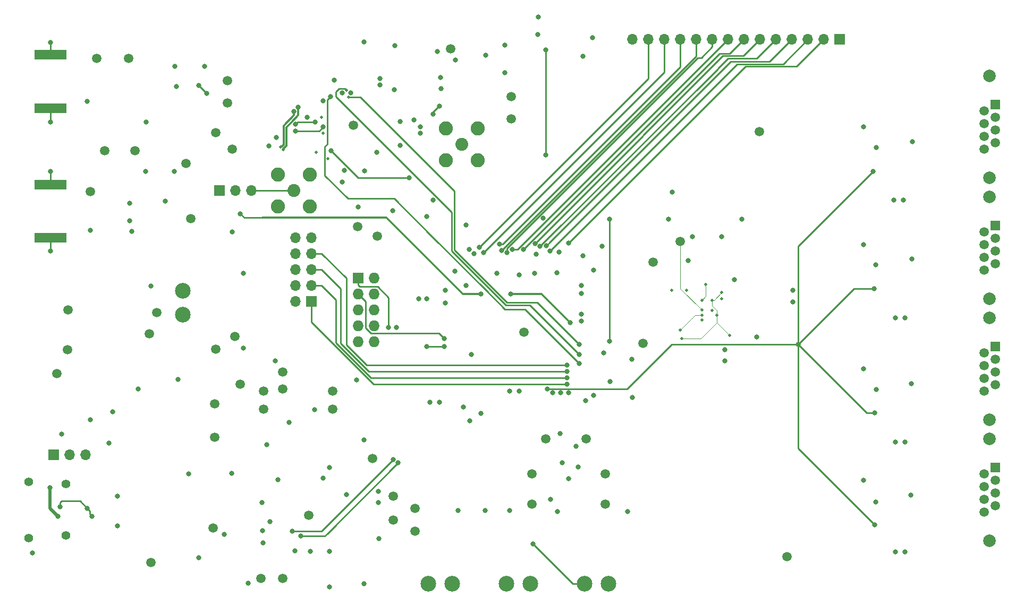
<source format=gbr>
G04 #@! TF.GenerationSoftware,KiCad,Pcbnew,9.0.0-9.0.0-2~ubuntu24.04.1*
G04 #@! TF.CreationDate,2025-03-10T11:07:58+01:00*
G04 #@! TF.ProjectId,Transmitter,5472616e-736d-4697-9474-65722e6b6963,rev?*
G04 #@! TF.SameCoordinates,Original*
G04 #@! TF.FileFunction,Copper,L4,Bot*
G04 #@! TF.FilePolarity,Positive*
%FSLAX46Y46*%
G04 Gerber Fmt 4.6, Leading zero omitted, Abs format (unit mm)*
G04 Created by KiCad (PCBNEW 9.0.0-9.0.0-2~ubuntu24.04.1) date 2025-03-10 11:07:58*
%MOMM*%
%LPD*%
G01*
G04 APERTURE LIST*
G04 #@! TA.AperFunction,ComponentPad*
%ADD10C,2.500000*%
G04 #@! TD*
G04 #@! TA.AperFunction,ComponentPad*
%ADD11R,1.700000X1.700000*%
G04 #@! TD*
G04 #@! TA.AperFunction,ComponentPad*
%ADD12O,1.700000X1.700000*%
G04 #@! TD*
G04 #@! TA.AperFunction,ComponentPad*
%ADD13R,1.727200X1.727200*%
G04 #@! TD*
G04 #@! TA.AperFunction,ComponentPad*
%ADD14O,1.727200X1.727200*%
G04 #@! TD*
G04 #@! TA.AperFunction,ComponentPad*
%ADD15C,1.500000*%
G04 #@! TD*
G04 #@! TA.AperFunction,ComponentPad*
%ADD16R,1.500000X1.500000*%
G04 #@! TD*
G04 #@! TA.AperFunction,ComponentPad*
%ADD17C,2.000000*%
G04 #@! TD*
G04 #@! TA.AperFunction,ComponentPad*
%ADD18C,2.050000*%
G04 #@! TD*
G04 #@! TA.AperFunction,ComponentPad*
%ADD19C,2.250000*%
G04 #@! TD*
G04 #@! TA.AperFunction,SMDPad,CuDef*
%ADD20R,5.080000X1.500000*%
G04 #@! TD*
G04 #@! TA.AperFunction,ComponentPad*
%ADD21C,1.400000*%
G04 #@! TD*
G04 #@! TA.AperFunction,ViaPad*
%ADD22C,0.800000*%
G04 #@! TD*
G04 #@! TA.AperFunction,ViaPad*
%ADD23C,0.500000*%
G04 #@! TD*
G04 #@! TA.AperFunction,ViaPad*
%ADD24C,1.500000*%
G04 #@! TD*
G04 #@! TA.AperFunction,Conductor*
%ADD25C,0.250000*%
G04 #@! TD*
G04 #@! TA.AperFunction,Conductor*
%ADD26C,0.125000*%
G04 #@! TD*
G04 #@! TA.AperFunction,Conductor*
%ADD27C,0.500000*%
G04 #@! TD*
G04 #@! TA.AperFunction,Conductor*
%ADD28C,0.300000*%
G04 #@! TD*
G04 APERTURE END LIST*
D10*
X80518000Y-100838000D03*
X80518000Y-97028000D03*
D11*
X86360000Y-81026000D03*
D12*
X88900000Y-81026000D03*
X91440000Y-81026000D03*
D13*
X108458000Y-94996000D03*
D14*
X110998000Y-94996000D03*
X108458000Y-97536000D03*
X110998000Y-97536000D03*
X108458000Y-100076000D03*
X110998000Y-100076000D03*
X108458000Y-102616000D03*
X110998000Y-102616000D03*
X108458000Y-105156000D03*
X110998000Y-105156000D03*
D10*
X123444000Y-143764000D03*
X119634000Y-143764000D03*
X135890000Y-143764000D03*
X132080000Y-143764000D03*
D15*
X88773000Y-104267000D03*
X85598000Y-115062000D03*
X60452000Y-110236000D03*
X123190000Y-58420000D03*
X132842000Y-66040000D03*
X111506000Y-88265000D03*
X147828000Y-126238000D03*
X144780000Y-120650000D03*
X136144000Y-126238000D03*
X147828000Y-131064000D03*
X138303000Y-120650000D03*
X155448000Y-92456000D03*
X153797000Y-105410000D03*
X159766000Y-89154000D03*
D16*
X209931000Y-125222000D03*
D15*
X208151000Y-126242000D03*
X209931000Y-127262000D03*
X208151000Y-128282000D03*
X209931000Y-129302000D03*
X208151000Y-130322000D03*
X209931000Y-131342000D03*
X208151000Y-132362000D03*
D17*
X209041000Y-120652000D03*
X209041000Y-136912000D03*
D16*
X209931000Y-86614000D03*
D15*
X208151000Y-87634000D03*
X209931000Y-88654000D03*
X208151000Y-89674000D03*
X209931000Y-90694000D03*
X208151000Y-91714000D03*
X209931000Y-92734000D03*
X208151000Y-93754000D03*
D17*
X209041000Y-82044000D03*
X209041000Y-98304000D03*
D16*
X209931000Y-105918000D03*
D15*
X208151000Y-106938000D03*
X209931000Y-107958000D03*
X208151000Y-108978000D03*
X209931000Y-109998000D03*
X208151000Y-111018000D03*
X209931000Y-112038000D03*
X208151000Y-113058000D03*
D17*
X209041000Y-101348000D03*
X209041000Y-117608000D03*
D15*
X114046000Y-133604000D03*
X96393000Y-142875000D03*
X110744000Y-123748800D03*
X85598000Y-120396000D03*
X85344000Y-134874000D03*
X114046000Y-129794000D03*
X117475000Y-135382000D03*
X93345000Y-115938300D03*
X117475000Y-131699000D03*
X92964000Y-142875000D03*
X108331000Y-86741000D03*
D11*
X100965000Y-98679000D03*
D12*
X98425000Y-98679000D03*
X100965000Y-96139000D03*
X98425000Y-96139000D03*
X100965000Y-93599000D03*
X98425000Y-93599000D03*
X100965000Y-91059000D03*
X98425000Y-91059000D03*
X100965000Y-88519000D03*
X98425000Y-88519000D03*
D18*
X124968000Y-73660000D03*
D19*
X122428000Y-71120000D03*
X122428000Y-76200000D03*
X127508000Y-71120000D03*
X127508000Y-76200000D03*
D15*
X104381300Y-115938300D03*
X104394000Y-113030000D03*
X93345000Y-113030000D03*
X65786000Y-81153000D03*
X81788000Y-85471000D03*
X81026000Y-76708000D03*
D11*
X59944000Y-123190000D03*
D12*
X62484000Y-123190000D03*
X65024000Y-123190000D03*
D11*
X185166000Y-56896000D03*
D12*
X182626000Y-56896000D03*
X180086000Y-56896000D03*
X177546000Y-56896000D03*
X175006000Y-56896000D03*
X172466000Y-56896000D03*
X169926000Y-56896000D03*
X167386000Y-56896000D03*
X164846000Y-56896000D03*
X162306000Y-56896000D03*
X159766000Y-56896000D03*
X157226000Y-56896000D03*
X154686000Y-56896000D03*
X152146000Y-56896000D03*
D15*
X136144000Y-131064000D03*
D10*
X148336000Y-143764000D03*
X144526000Y-143764000D03*
D20*
X59436000Y-67877000D03*
X59436000Y-59377000D03*
D15*
X87630000Y-63500000D03*
X66802000Y-59944000D03*
X71882000Y-59944000D03*
X87630000Y-67056000D03*
D20*
X59436000Y-88578000D03*
X59436000Y-80078000D03*
D21*
X55961000Y-127463000D03*
X61911000Y-127823000D03*
X61911000Y-136083000D03*
X55961000Y-136443000D03*
D15*
X75438000Y-140335000D03*
X176784000Y-139446000D03*
X172339000Y-71628000D03*
X132842000Y-69596000D03*
D18*
X98171000Y-81026000D03*
D19*
X100711000Y-83566000D03*
X100711000Y-78486000D03*
X95631000Y-83566000D03*
X95631000Y-78486000D03*
D16*
X209931000Y-67310000D03*
D15*
X208151000Y-68330000D03*
X209931000Y-69350000D03*
X208151000Y-70370000D03*
X209931000Y-71390000D03*
X208151000Y-72410000D03*
X209931000Y-73430000D03*
X208151000Y-74450000D03*
D17*
X209041000Y-62740000D03*
X209041000Y-79000000D03*
D22*
X79248000Y-61214000D03*
X56515000Y-138811000D03*
X70104000Y-134493000D03*
X70104000Y-129794000D03*
X111633000Y-129032000D03*
X100834000Y-138561000D03*
X95631000Y-127127000D03*
X169545000Y-85598000D03*
D23*
X158369000Y-96901000D03*
D22*
X93218000Y-135255000D03*
X134112000Y-113030000D03*
D23*
X163195000Y-101714000D03*
D22*
X137906880Y-85455880D03*
X120396000Y-82550000D03*
X161671000Y-88392000D03*
X61214000Y-119888000D03*
X136525000Y-94234000D03*
X65278000Y-66802000D03*
X139446000Y-113299000D03*
X196646800Y-91973400D03*
X132588000Y-132080000D03*
X161036000Y-92202000D03*
X144018000Y-96139000D03*
X88265000Y-126111000D03*
X131826000Y-62230000D03*
X59436000Y-70104000D03*
D24*
X62103000Y-106426000D03*
D22*
X90932000Y-143637000D03*
X93075880Y-130825120D03*
X125603000Y-96139000D03*
X123952000Y-60198000D03*
X59436000Y-57404000D03*
X188976000Y-70866000D03*
X166878000Y-106426000D03*
X121539000Y-62992000D03*
X130556000Y-94234000D03*
X139065000Y-130302000D03*
X93853000Y-121539000D03*
X109347000Y-120777000D03*
X188976000Y-109474000D03*
X128651000Y-132080000D03*
X74676000Y-70104000D03*
D24*
X85725000Y-106299000D03*
D22*
X140462000Y-90805000D03*
X126873000Y-91059000D03*
X72009000Y-85852000D03*
X88392000Y-87630000D03*
X196494400Y-129616200D03*
D24*
X100584000Y-132842000D03*
D22*
X144272000Y-59563000D03*
X79756000Y-111125000D03*
X177673000Y-98806000D03*
X125603000Y-86487000D03*
X103886000Y-144272000D03*
X147320000Y-89916000D03*
X72390000Y-87503000D03*
X68707000Y-121285000D03*
X121031000Y-58801000D03*
X143129000Y-121793000D03*
D23*
X164795000Y-100163999D03*
D22*
X59436000Y-77978000D03*
D24*
X75184000Y-103886000D03*
D22*
X111760000Y-136525000D03*
X93319880Y-137261880D03*
X196596000Y-111810800D03*
X152146000Y-114046000D03*
X101473000Y-115951000D03*
X128778000Y-59436000D03*
D24*
X134874000Y-103632000D03*
D22*
X72009000Y-83058000D03*
X141986000Y-113299000D03*
X141986000Y-127000000D03*
X188976000Y-89662000D03*
X65786000Y-87376000D03*
X124333000Y-132080000D03*
D23*
X160795000Y-96914000D03*
D22*
X157861000Y-85598000D03*
X106553000Y-129540000D03*
X188976000Y-127254000D03*
X144018000Y-100711000D03*
X79121000Y-77978000D03*
X119888000Y-114808000D03*
X195580000Y-101346000D03*
X147574000Y-106934000D03*
X87122000Y-135890000D03*
X137033000Y-56134000D03*
X128016000Y-116586000D03*
X59436000Y-90678000D03*
X102870000Y-126873000D03*
X196723000Y-73253600D03*
X152019000Y-107950000D03*
D24*
X76327000Y-100457000D03*
D22*
X94361000Y-133858000D03*
X195326000Y-82550000D03*
X119380000Y-98298000D03*
X171958000Y-104394000D03*
X69342000Y-116332000D03*
X195580000Y-138684000D03*
X114554000Y-102870000D03*
D24*
X62230000Y-100076000D03*
D22*
X195580000Y-121158000D03*
X83947000Y-61214000D03*
X79502000Y-64389000D03*
X145923000Y-113665000D03*
X140970000Y-124460000D03*
X81407000Y-126238000D03*
X194056000Y-121158000D03*
X122301000Y-96901000D03*
D24*
X85725000Y-71755000D03*
D22*
X125222000Y-115570000D03*
X103886000Y-125222000D03*
X140589000Y-119761000D03*
X136779000Y-91186000D03*
X140081000Y-94107000D03*
X111633000Y-130810000D03*
X140716000Y-113299000D03*
X191008000Y-74168000D03*
X131826000Y-57785000D03*
X132588000Y-113030000D03*
X193802000Y-82550000D03*
X134112000Y-94488000D03*
X143510000Y-125095000D03*
X145796000Y-56642000D03*
X194056000Y-101346000D03*
X121412000Y-114808000D03*
X144018000Y-97409000D03*
X123825000Y-93853000D03*
D24*
X96393000Y-109982000D03*
D22*
X122174000Y-105918000D03*
X177673000Y-96901000D03*
X190881000Y-130683000D03*
D24*
X96393000Y-112649000D03*
D22*
X98334000Y-138517000D03*
X90170000Y-94234000D03*
X190881000Y-92837000D03*
X119380000Y-105918000D03*
X103834000Y-138609000D03*
D24*
X68072000Y-74676000D03*
D22*
X144653000Y-114554000D03*
X118110000Y-98298000D03*
X109347000Y-143764000D03*
X74549000Y-77978000D03*
X191008000Y-112776000D03*
X166370000Y-88392000D03*
X140208000Y-132207000D03*
X151384000Y-132207000D03*
D24*
X72898000Y-74676000D03*
D22*
X168402000Y-95250000D03*
X97409000Y-117983000D03*
X166878000Y-108204000D03*
D24*
X88392000Y-74422000D03*
D22*
X83058000Y-139573000D03*
X144272000Y-91440000D03*
X122301000Y-98933000D03*
X145923000Y-93726000D03*
D23*
X166370000Y-98298000D03*
D22*
X126238000Y-117729000D03*
X194056000Y-138684000D03*
X126111000Y-90424000D03*
D24*
X89662000Y-111887000D03*
D22*
X144018000Y-101854000D03*
X73406000Y-112649000D03*
X65786000Y-117602000D03*
X111887000Y-63119000D03*
X148590000Y-111506000D03*
D23*
X103632000Y-75946000D03*
D22*
X113919000Y-84201000D03*
X105918000Y-65405000D03*
D23*
X102890000Y-71862000D03*
D22*
X118364000Y-71882000D03*
X105918000Y-79629000D03*
X119380000Y-85163002D03*
D23*
X102636000Y-69362000D03*
D22*
X117348000Y-69723000D03*
X111379000Y-74930000D03*
X107296000Y-65405000D03*
X121666000Y-64770000D03*
X75438000Y-96266000D03*
X95250000Y-108204000D03*
X137160000Y-53340000D03*
X90170000Y-106172000D03*
X158496000Y-81280000D03*
X77724000Y-82677000D03*
X126492000Y-107188000D03*
X108204000Y-111252000D03*
X106250620Y-77802620D03*
X111887000Y-64135000D03*
D23*
X101727000Y-74930000D03*
D22*
X102870000Y-66675000D03*
X95377000Y-72517000D03*
X109474000Y-77901800D03*
X94234000Y-73914000D03*
X114173000Y-64973200D03*
D24*
X107696000Y-70612000D03*
D22*
X115138200Y-73837800D03*
X114300000Y-57912000D03*
X108458000Y-83653000D03*
X118364000Y-70866000D03*
X115163600Y-70053200D03*
X100330000Y-69342000D03*
X104648000Y-63373000D03*
X109347000Y-57277000D03*
X101619074Y-70084926D03*
X98420347Y-70480347D03*
X102878105Y-70857895D03*
X98425000Y-71501000D03*
D23*
X163195000Y-98514000D03*
X163830000Y-96012000D03*
X164795000Y-98514000D03*
X167640000Y-104140000D03*
X166370000Y-97276500D03*
X165595000Y-100914000D03*
X160020000Y-104648000D03*
D22*
X66040000Y-132969000D03*
X60960000Y-131445000D03*
X65299807Y-131729046D03*
X141732000Y-111887000D03*
X141732000Y-110871000D03*
X141732000Y-109870997D03*
X141732000Y-108870994D03*
X59309000Y-128397000D03*
X60579000Y-132969000D03*
X142240000Y-102108000D03*
X89662000Y-84709000D03*
X128016000Y-97536000D03*
X132715000Y-97536000D03*
X122174000Y-104656990D03*
X113284000Y-102870000D03*
X127762000Y-90043000D03*
X128399000Y-90932000D03*
X130937000Y-89535000D03*
X131318000Y-90551000D03*
X132145347Y-90964673D03*
X132974000Y-90424000D03*
X134769620Y-90431620D03*
X136611120Y-89479120D03*
X137423623Y-89921236D03*
X138409377Y-89854722D03*
X138974000Y-90678000D03*
X141986000Y-89408000D03*
X136271000Y-137414000D03*
X121412000Y-67564000D03*
X120396000Y-68834000D03*
X84328000Y-65532000D03*
X83058000Y-64262000D03*
X98224963Y-68399037D03*
D23*
X96045029Y-74074029D03*
D22*
X98879037Y-67744963D03*
D23*
X96486971Y-74515971D03*
D22*
X148463000Y-105029000D03*
X138303000Y-75311000D03*
X138303000Y-58547000D03*
X104140000Y-74676000D03*
X148463000Y-85598000D03*
X116586000Y-78994000D03*
X99314000Y-136144000D03*
X114808000Y-124460000D03*
X114038352Y-123946902D03*
X97917000Y-135382000D03*
D23*
X159766000Y-103251000D03*
X163195000Y-100914000D03*
X163195000Y-100114000D03*
D22*
X190754000Y-116459000D03*
X190754000Y-134366000D03*
X190500000Y-77978000D03*
X190627000Y-96647000D03*
X138557000Y-112649000D03*
X178562000Y-105537000D03*
X143637000Y-108585000D03*
X104013000Y-66040000D03*
X143637000Y-107188000D03*
D23*
X106582559Y-65006265D03*
D22*
X143637000Y-105537000D03*
D23*
X106946000Y-66108386D03*
D25*
X59436000Y-67877000D02*
X59436000Y-70104000D01*
X59436000Y-90678000D02*
X59436000Y-88578000D01*
X59436000Y-57404000D02*
X59436000Y-59377000D01*
X59436000Y-80078000D02*
X59436000Y-77978000D01*
X122174000Y-105918000D02*
X119380000Y-105918000D01*
X98815768Y-70084926D02*
X98420347Y-70480347D01*
X101619074Y-70084926D02*
X98815768Y-70084926D01*
X98425000Y-71501000D02*
X102235000Y-71501000D01*
X102235000Y-71501000D02*
X102878105Y-70857895D01*
D26*
X163830000Y-97879000D02*
X163195000Y-98514000D01*
X163830000Y-96012000D02*
X163830000Y-97879000D01*
X164795000Y-99363999D02*
X165595000Y-100163999D01*
X165595000Y-102095000D02*
X167640000Y-104140000D01*
X165132500Y-98514000D02*
X164795000Y-98514000D01*
X165595000Y-100163999D02*
X165595000Y-102095000D01*
X163042000Y-104648000D02*
X160020000Y-104648000D01*
X166370000Y-97276500D02*
X165132500Y-98514000D01*
X165595000Y-102095000D02*
X163042000Y-104648000D01*
X164795000Y-98514000D02*
X164795000Y-99363999D01*
D25*
X65699806Y-132628806D02*
X66040000Y-132969000D01*
X65299807Y-131729046D02*
X65699806Y-132129045D01*
X64126761Y-130556000D02*
X65299807Y-131729046D01*
X65699806Y-132129045D02*
X65699806Y-132628806D01*
X60960000Y-131445000D02*
X60960000Y-130810000D01*
X60960000Y-130810000D02*
X61214000Y-130556000D01*
X61214000Y-130556000D02*
X64126761Y-130556000D01*
X141732000Y-111887000D02*
X110866770Y-111887000D01*
X110866770Y-111887000D02*
X100965000Y-101985230D01*
X100965000Y-101985230D02*
X100965000Y-98679000D01*
X141732000Y-110871000D02*
X110487180Y-110871000D01*
X104902000Y-105285820D02*
X104902000Y-98425000D01*
X110487180Y-110871000D02*
X104902000Y-105285820D01*
X104902000Y-98425000D02*
X102616000Y-96139000D01*
X102616000Y-96139000D02*
X100965000Y-96139000D01*
X105664000Y-105411410D02*
X105664000Y-96647000D01*
X102616000Y-93599000D02*
X100965000Y-93599000D01*
X110123587Y-109870997D02*
X105664000Y-105411410D01*
X141732000Y-109870997D02*
X110123587Y-109870997D01*
X105664000Y-96647000D02*
X102616000Y-93599000D01*
X106553000Y-105664000D02*
X109759994Y-108870994D01*
X109759994Y-108870994D02*
X141732000Y-108870994D01*
X106553000Y-94996000D02*
X106553000Y-105664000D01*
X102616000Y-91059000D02*
X106553000Y-94996000D01*
X100965000Y-91059000D02*
X102616000Y-91059000D01*
D27*
X59309000Y-131699000D02*
X59309000Y-128397000D01*
X60579000Y-132969000D02*
X59309000Y-131699000D01*
D25*
X98171000Y-81026000D02*
X91440000Y-81026000D01*
X90297000Y-85344000D02*
X89662000Y-84709000D01*
D28*
X112903000Y-85344000D02*
X125095000Y-97536000D01*
X137668000Y-97536000D02*
X132715000Y-97536000D01*
X125095000Y-97536000D02*
X128016000Y-97536000D01*
X93218000Y-85344000D02*
X112903000Y-85344000D01*
D25*
X137668000Y-97536000D02*
X142240000Y-102108000D01*
X93218000Y-85344000D02*
X90297000Y-85344000D01*
X110433999Y-103791001D02*
X109633001Y-102990003D01*
X109633001Y-102990003D02*
X109633001Y-98711001D01*
X121308011Y-103791001D02*
X110433999Y-103791001D01*
X109307999Y-98385999D02*
X108458000Y-97536000D01*
X109633001Y-98711001D02*
X109307999Y-98385999D01*
X122174000Y-104656990D02*
X121308011Y-103791001D01*
X113284000Y-102304315D02*
X113284000Y-102870000D01*
X108722999Y-96360999D02*
X111562001Y-96360999D01*
X108458000Y-96096000D02*
X108458000Y-94996000D01*
X111562001Y-96360999D02*
X113284000Y-98082998D01*
X113284000Y-98082998D02*
X113284000Y-102304315D01*
X108722999Y-96360999D02*
X108458000Y-96096000D01*
X154686000Y-63119000D02*
X154686000Y-56896000D01*
X127762000Y-90043000D02*
X154686000Y-63119000D01*
X128399000Y-90932000D02*
X157226000Y-62105000D01*
X157226000Y-62105000D02*
X157226000Y-56896000D01*
X159766000Y-61271685D02*
X159766000Y-58098081D01*
X130937000Y-89535000D02*
X131502685Y-89535000D01*
X159766000Y-58098081D02*
X159766000Y-56896000D01*
X131502685Y-89535000D02*
X159766000Y-61271685D01*
X162306000Y-59563000D02*
X162306000Y-56896000D01*
X131318000Y-90551000D02*
X162306000Y-59563000D01*
X164846000Y-58098081D02*
X163127081Y-59817000D01*
X164846000Y-56896000D02*
X164846000Y-58098081D01*
X163127081Y-59817000D02*
X162582344Y-59817000D01*
X132145347Y-90253997D02*
X132145347Y-90964673D01*
X162582344Y-59817000D02*
X132145347Y-90253997D01*
X132974000Y-90424000D02*
X133858000Y-90424000D01*
X133858000Y-90424000D02*
X167386000Y-56896000D01*
X134769620Y-90431620D02*
X135169619Y-90031621D01*
X135169619Y-90031621D02*
X135169619Y-90001381D01*
X135169619Y-90001381D02*
X165989000Y-59182000D01*
X165989000Y-59182000D02*
X167640000Y-59182000D01*
X167640000Y-59182000D02*
X169926000Y-56896000D01*
X166502990Y-59557010D02*
X169804990Y-59557010D01*
X171616001Y-57745999D02*
X172466000Y-56896000D01*
X136611120Y-89479120D02*
X153827240Y-72263000D01*
X153827240Y-72232760D02*
X166502990Y-59557010D01*
X153827240Y-72263000D02*
X153827240Y-72232760D01*
X169804990Y-59557010D02*
X171616001Y-57745999D01*
X174156001Y-57745999D02*
X175006000Y-56896000D01*
X165749859Y-61580141D02*
X167397980Y-59932020D01*
X167397980Y-59932020D02*
X171969980Y-59932020D01*
X165749859Y-61595000D02*
X165749859Y-61580141D01*
X171969980Y-59932020D02*
X174156001Y-57745999D01*
X137423623Y-89921236D02*
X165749859Y-61595000D01*
X138809376Y-89409624D02*
X167767000Y-60452000D01*
X138409377Y-89854722D02*
X138809376Y-89454723D01*
X138809376Y-89454723D02*
X138809376Y-89409624D01*
X173990000Y-60452000D02*
X177546000Y-56896000D01*
X167767000Y-60452000D02*
X173990000Y-60452000D01*
X138974000Y-90678000D02*
X168819000Y-60833000D01*
X168819000Y-60833000D02*
X176149000Y-60833000D01*
X176149000Y-60833000D02*
X180086000Y-56896000D01*
X170180000Y-61214000D02*
X178308000Y-61214000D01*
X141986000Y-89408000D02*
X170180000Y-61214000D01*
X178308000Y-61214000D02*
X182626000Y-56896000D01*
X136271000Y-137414000D02*
X142621000Y-143764000D01*
X142621000Y-143764000D02*
X144526000Y-143764000D01*
D28*
X120396000Y-68834000D02*
X120396000Y-68580000D01*
X120396000Y-68580000D02*
X121412000Y-67564000D01*
X83058000Y-64262000D02*
X84328000Y-65532000D01*
X96186450Y-74074029D02*
X96045029Y-74074029D01*
X96561500Y-70678426D02*
X96561500Y-73698979D01*
X96561500Y-73698979D02*
X96186450Y-74074029D01*
X98224963Y-69014963D02*
X96561500Y-70678426D01*
X98224963Y-68399037D02*
X98224963Y-69014963D01*
X97745346Y-70156346D02*
X98899964Y-69001728D01*
X98899964Y-69001728D02*
X98899964Y-68075036D01*
X98879037Y-68054109D02*
X98879037Y-67744963D01*
X96486971Y-74515971D02*
X96486971Y-74374550D01*
X96986500Y-73875021D02*
X96986500Y-70915218D01*
X98899964Y-68075036D02*
X98879037Y-68054109D01*
X96486971Y-74374550D02*
X96986500Y-73875021D01*
X96986500Y-70915218D02*
X97745359Y-70156359D01*
D25*
X108769685Y-78994000D02*
X108458000Y-78994000D01*
X116020315Y-78994000D02*
X116586000Y-78994000D01*
X138303000Y-75311000D02*
X138303000Y-58547000D01*
X108769685Y-78994000D02*
X116020315Y-78994000D01*
X148463000Y-105029000D02*
X148463000Y-85598000D01*
X108458000Y-78994000D02*
X104140000Y-74676000D01*
X103505000Y-135763000D02*
X114808000Y-124460000D01*
X103124000Y-136144000D02*
X103505000Y-135763000D01*
X99314000Y-136144000D02*
X103124000Y-136144000D01*
X114038352Y-123946902D02*
X102603254Y-135382000D01*
X102603254Y-135382000D02*
X97917000Y-135382000D01*
D26*
X159766000Y-103251000D02*
X162103000Y-100914000D01*
X162103000Y-100914000D02*
X163195000Y-100914000D01*
X159766000Y-89154000D02*
X159766000Y-96685000D01*
X159766000Y-96685000D02*
X163195000Y-100114000D01*
D25*
X178562000Y-105410000D02*
X178562000Y-105537000D01*
X178562000Y-89916000D02*
X180086000Y-88392000D01*
X178562000Y-105537000D02*
X189484000Y-116459000D01*
X158369000Y-105537000D02*
X151257001Y-112648999D01*
X178562000Y-122174000D02*
X178562000Y-105537000D01*
X187452000Y-96647000D02*
X190627000Y-96647000D01*
X151257001Y-112648999D02*
X139122685Y-112649000D01*
X178562000Y-105537000D02*
X158369000Y-105537000D01*
X180086000Y-88391997D02*
X181783054Y-86694943D01*
X180086000Y-88392000D02*
X180086000Y-88391997D01*
X185103978Y-83374022D02*
X190500000Y-77978000D01*
X189484000Y-116459000D02*
X190188315Y-116459000D01*
X181783054Y-86694943D02*
X185103978Y-83374022D01*
X139122685Y-112649000D02*
X138557000Y-112649000D01*
X190188315Y-116459000D02*
X190754000Y-116459000D01*
X178562000Y-105537000D02*
X178562000Y-89916000D01*
X190754000Y-134366000D02*
X178562000Y-122174000D01*
X178562000Y-105537000D02*
X187452000Y-96647000D01*
X128762999Y-96885999D02*
X120142000Y-88265000D01*
X135001000Y-99949000D02*
X131826000Y-99949000D01*
X103528106Y-66524894D02*
X104013000Y-66040000D01*
X131826000Y-99949000D02*
X128762999Y-96885999D01*
X114173000Y-82296000D02*
X106807000Y-82296000D01*
X106807000Y-82296000D02*
X103131999Y-78620999D01*
X143637000Y-108585000D02*
X135001000Y-99949000D01*
X103528106Y-73636894D02*
X103528106Y-67032894D01*
X103528106Y-67032894D02*
X103528106Y-66524894D01*
X103131999Y-78620999D02*
X103131999Y-74033001D01*
X120142000Y-88265000D02*
X114173000Y-82296000D01*
X103131999Y-74033001D02*
X103528106Y-73636894D01*
X131953000Y-99314000D02*
X135763000Y-99314000D01*
X104902000Y-65278000D02*
X104902000Y-66040000D01*
X104902000Y-66040000D02*
X123317000Y-84455000D01*
X105425001Y-64754999D02*
X104902000Y-65278000D01*
X106331293Y-64754999D02*
X105425001Y-64754999D01*
X123317000Y-84455000D02*
X123317000Y-90678000D01*
X106582559Y-65006265D02*
X106331293Y-64754999D01*
X123317000Y-90678000D02*
X131953000Y-99314000D01*
X135763000Y-99314000D02*
X143637000Y-107188000D01*
X136963990Y-98863990D02*
X132139400Y-98863990D01*
X132139400Y-98863990D02*
X123767010Y-90491600D01*
X143637000Y-105537000D02*
X136963990Y-98863990D01*
X108780386Y-66108386D02*
X106946000Y-66108386D01*
X123767010Y-90491600D02*
X123767010Y-81095010D01*
X123767010Y-81095010D02*
X108780386Y-66108386D01*
M02*

</source>
